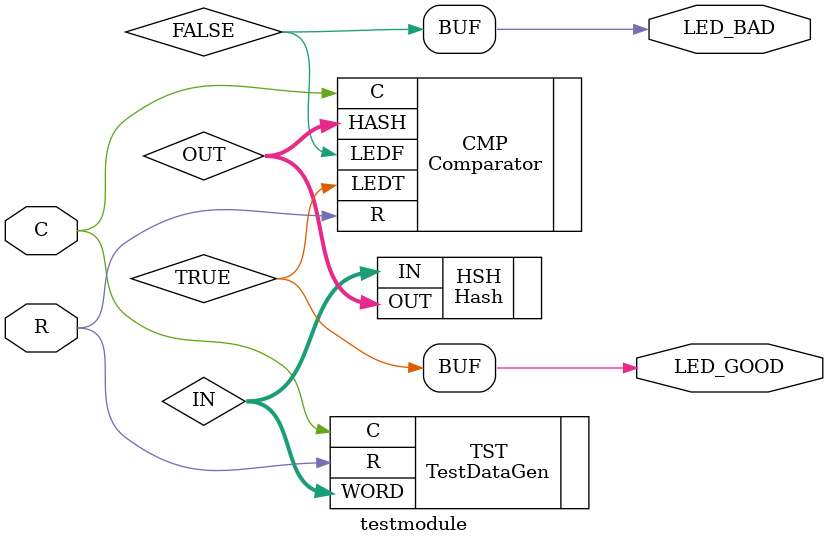
<source format=v>
module testmodule
(
	C, R, LED_BAD, LED_GOOD
);
input C;
input R;
output LED_BAD;
output LED_GOOD;

wire	C;
wire	R;
wire [0:31] IN;
wire [0:255] OUT;
wire TRUE;
wire FALSE;

assign LED_BAD = FALSE;
assign LED_GOOD = TRUE;

Comparator CMP(
	.HASH (OUT),
	.R (R),
	.C (C),
	.LEDT (TRUE),
	.LEDF (FALSE)
);

Hash HSH (
	.IN (IN),
	.OUT (OUT)
);

TestDataGen TST (
	.R (R),
	.C (C),
	.WORD (IN)
);

endmodule

</source>
